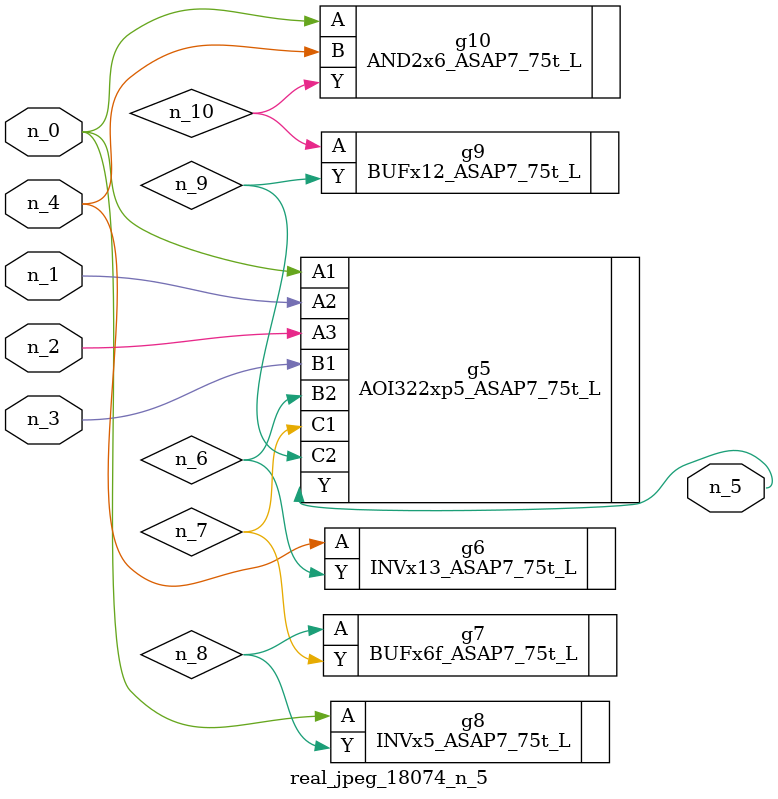
<source format=v>
module real_jpeg_18074_n_5 (n_4, n_0, n_1, n_2, n_3, n_5);

input n_4;
input n_0;
input n_1;
input n_2;
input n_3;

output n_5;

wire n_8;
wire n_6;
wire n_7;
wire n_10;
wire n_9;

AOI322xp5_ASAP7_75t_L g5 ( 
.A1(n_0),
.A2(n_1),
.A3(n_2),
.B1(n_3),
.B2(n_6),
.C1(n_7),
.C2(n_9),
.Y(n_5)
);

INVx5_ASAP7_75t_L g8 ( 
.A(n_0),
.Y(n_8)
);

AND2x6_ASAP7_75t_L g10 ( 
.A(n_0),
.B(n_4),
.Y(n_10)
);

INVx13_ASAP7_75t_L g6 ( 
.A(n_4),
.Y(n_6)
);

BUFx6f_ASAP7_75t_L g7 ( 
.A(n_8),
.Y(n_7)
);

BUFx12_ASAP7_75t_L g9 ( 
.A(n_10),
.Y(n_9)
);


endmodule
</source>
